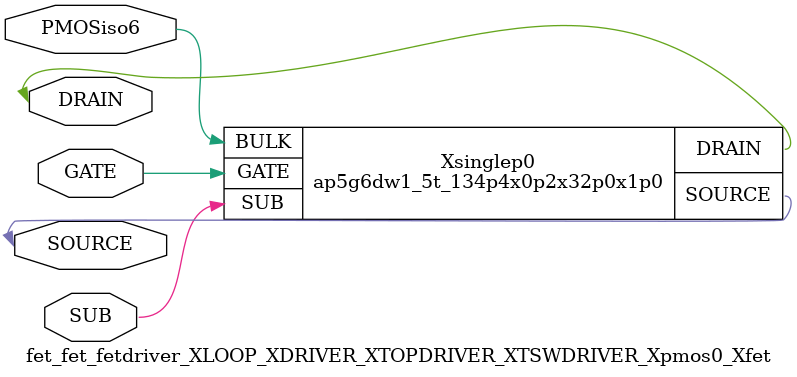
<source format=v>

module ap5g6dw1_5t_134p4x0p2x32p0x1p0 (DRAIN,GATE,SOURCE,BULK,SUB);
  input GATE;
  input BULK;
  input SUB;
  inout SOURCE;
  inout DRAIN;
endmodule

//Celera Confidential Do Not Copy fet_fet_fetdriver_XLOOP_XDRIVER_XTOPDRIVER_XTSWDRIVER_Xpmos0_Xfet
//Celera Confidential Symbol Generator
//power PMOS:Ron:4.000 Ohm
//Vgs 6V Vds 6V
//Kelvin:no

module fet_fet_fetdriver_XLOOP_XDRIVER_XTOPDRIVER_XTSWDRIVER_Xpmos0_Xfet (GATE,SOURCE,DRAIN,PMOSiso6,SUB);
input GATE;
inout SOURCE;
inout DRAIN;
input SUB;
input PMOSiso6;

//Celera Confidential Do Not Copy ap5g6dw1_5t_134p4x0p2x32p0x1p0
ap5g6dw1_5t_134p4x0p2x32p0x1p0 Xsinglep0(
.DRAIN (DRAIN),
.GATE (GATE),
.SOURCE (SOURCE),
.BULK (PMOSiso6),
.SUB (SUB)
);
//,diesize,ap5g6dw1_5t_134p4x0p2x32p0x1p0

//Celera Confidential Do Not Copy Module End
//Celera Schematic Generator
endmodule

</source>
